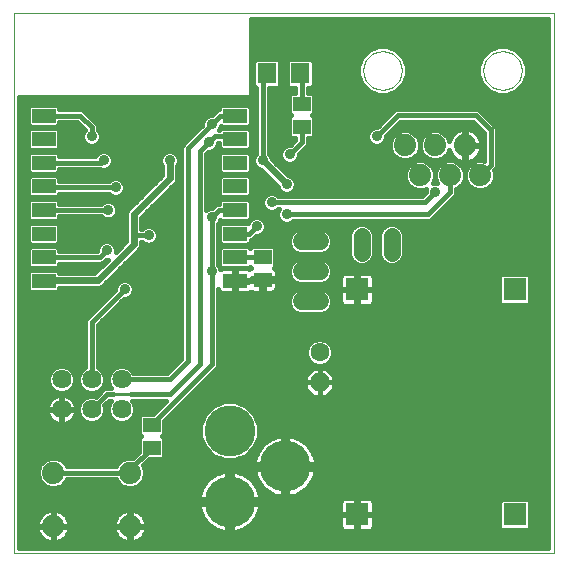
<source format=gtl>
G75*
G70*
%OFA0B0*%
%FSLAX24Y24*%
%IPPOS*%
%LPD*%
%AMOC8*
5,1,8,0,0,1.08239X$1,22.5*
%
%ADD10C,0.0000*%
%ADD11C,0.0740*%
%ADD12R,0.0760X0.0760*%
%ADD13OC8,0.0630*%
%ADD14C,0.0630*%
%ADD15C,0.1700*%
%ADD16R,0.0630X0.0710*%
%ADD17R,0.0787X0.0472*%
%ADD18R,0.0591X0.0512*%
%ADD19C,0.0560*%
%ADD20C,0.0600*%
%ADD21C,0.0640*%
%ADD22C,0.0160*%
%ADD23C,0.1660*%
%ADD24C,0.0356*%
%ADD25C,0.0240*%
%ADD26C,0.0100*%
D10*
X000280Y001800D02*
X000280Y019800D01*
X018280Y019800D01*
X018280Y001800D01*
X000280Y001800D01*
X011940Y017900D02*
X011942Y017950D01*
X011948Y018000D01*
X011958Y018049D01*
X011971Y018098D01*
X011989Y018145D01*
X012010Y018191D01*
X012034Y018234D01*
X012062Y018276D01*
X012093Y018316D01*
X012127Y018353D01*
X012164Y018387D01*
X012204Y018418D01*
X012246Y018446D01*
X012289Y018470D01*
X012335Y018491D01*
X012382Y018509D01*
X012431Y018522D01*
X012480Y018532D01*
X012530Y018538D01*
X012580Y018540D01*
X012630Y018538D01*
X012680Y018532D01*
X012729Y018522D01*
X012778Y018509D01*
X012825Y018491D01*
X012871Y018470D01*
X012914Y018446D01*
X012956Y018418D01*
X012996Y018387D01*
X013033Y018353D01*
X013067Y018316D01*
X013098Y018276D01*
X013126Y018234D01*
X013150Y018191D01*
X013171Y018145D01*
X013189Y018098D01*
X013202Y018049D01*
X013212Y018000D01*
X013218Y017950D01*
X013220Y017900D01*
X013218Y017850D01*
X013212Y017800D01*
X013202Y017751D01*
X013189Y017702D01*
X013171Y017655D01*
X013150Y017609D01*
X013126Y017566D01*
X013098Y017524D01*
X013067Y017484D01*
X013033Y017447D01*
X012996Y017413D01*
X012956Y017382D01*
X012914Y017354D01*
X012871Y017330D01*
X012825Y017309D01*
X012778Y017291D01*
X012729Y017278D01*
X012680Y017268D01*
X012630Y017262D01*
X012580Y017260D01*
X012530Y017262D01*
X012480Y017268D01*
X012431Y017278D01*
X012382Y017291D01*
X012335Y017309D01*
X012289Y017330D01*
X012246Y017354D01*
X012204Y017382D01*
X012164Y017413D01*
X012127Y017447D01*
X012093Y017484D01*
X012062Y017524D01*
X012034Y017566D01*
X012010Y017609D01*
X011989Y017655D01*
X011971Y017702D01*
X011958Y017751D01*
X011948Y017800D01*
X011942Y017850D01*
X011940Y017900D01*
X015940Y017900D02*
X015942Y017950D01*
X015948Y018000D01*
X015958Y018049D01*
X015971Y018098D01*
X015989Y018145D01*
X016010Y018191D01*
X016034Y018234D01*
X016062Y018276D01*
X016093Y018316D01*
X016127Y018353D01*
X016164Y018387D01*
X016204Y018418D01*
X016246Y018446D01*
X016289Y018470D01*
X016335Y018491D01*
X016382Y018509D01*
X016431Y018522D01*
X016480Y018532D01*
X016530Y018538D01*
X016580Y018540D01*
X016630Y018538D01*
X016680Y018532D01*
X016729Y018522D01*
X016778Y018509D01*
X016825Y018491D01*
X016871Y018470D01*
X016914Y018446D01*
X016956Y018418D01*
X016996Y018387D01*
X017033Y018353D01*
X017067Y018316D01*
X017098Y018276D01*
X017126Y018234D01*
X017150Y018191D01*
X017171Y018145D01*
X017189Y018098D01*
X017202Y018049D01*
X017212Y018000D01*
X017218Y017950D01*
X017220Y017900D01*
X017218Y017850D01*
X017212Y017800D01*
X017202Y017751D01*
X017189Y017702D01*
X017171Y017655D01*
X017150Y017609D01*
X017126Y017566D01*
X017098Y017524D01*
X017067Y017484D01*
X017033Y017447D01*
X016996Y017413D01*
X016956Y017382D01*
X016914Y017354D01*
X016871Y017330D01*
X016825Y017309D01*
X016778Y017291D01*
X016729Y017278D01*
X016680Y017268D01*
X016630Y017262D01*
X016580Y017260D01*
X016530Y017262D01*
X016480Y017268D01*
X016431Y017278D01*
X016382Y017291D01*
X016335Y017309D01*
X016289Y017330D01*
X016246Y017354D01*
X016204Y017382D01*
X016164Y017413D01*
X016127Y017447D01*
X016093Y017484D01*
X016062Y017524D01*
X016034Y017566D01*
X016010Y017609D01*
X015989Y017655D01*
X015971Y017702D01*
X015958Y017751D01*
X015948Y017800D01*
X015942Y017850D01*
X015940Y017900D01*
D11*
X015330Y015400D03*
X014330Y015400D03*
X013830Y014400D03*
X014830Y014400D03*
X015830Y014400D03*
X013330Y015400D03*
X004160Y004490D03*
X004160Y002710D03*
X001600Y002710D03*
X001600Y004490D03*
D12*
X011730Y003100D03*
X016980Y003100D03*
X016980Y010600D03*
X011730Y010600D03*
D13*
X010480Y007500D03*
D14*
X010480Y008500D03*
D15*
X007480Y005894D03*
X009330Y004713D03*
X007480Y003531D03*
D16*
X008720Y017800D03*
X009840Y017800D03*
D17*
X007658Y016399D03*
X007658Y015612D03*
X007658Y014824D03*
X007658Y014037D03*
X007658Y013250D03*
X007658Y012462D03*
X007658Y011675D03*
X007658Y010887D03*
X001280Y010887D03*
X001280Y011675D03*
X001280Y012462D03*
X001280Y013250D03*
X001280Y014037D03*
X001280Y014824D03*
X001280Y015612D03*
X001280Y016399D03*
D18*
X008580Y011674D03*
X008580Y010926D03*
X004880Y006074D03*
X004880Y005326D03*
X009880Y016026D03*
X009880Y016774D03*
D19*
X011880Y012380D02*
X011880Y011820D01*
X012880Y011820D02*
X012880Y012380D01*
D20*
X010480Y012200D02*
X009880Y012200D01*
X009880Y011200D02*
X010480Y011200D01*
X010480Y010200D02*
X009880Y010200D01*
D21*
X003880Y007600D03*
X003880Y006600D03*
X002880Y006600D03*
X002880Y007600D03*
X001880Y007600D03*
X001880Y006600D03*
D22*
X001889Y006609D02*
X001871Y006609D01*
X001871Y007100D01*
X001841Y007100D01*
X001763Y007088D01*
X001688Y007063D01*
X001618Y007028D01*
X001554Y006981D01*
X001499Y006926D01*
X001452Y006862D01*
X001417Y006792D01*
X001392Y006717D01*
X001380Y006639D01*
X001380Y006609D01*
X001871Y006609D01*
X001871Y006591D01*
X001380Y006591D01*
X001380Y006561D01*
X001392Y006483D01*
X001417Y006408D01*
X001452Y006338D01*
X001499Y006274D01*
X001554Y006219D01*
X001618Y006172D01*
X001688Y006137D01*
X001763Y006112D01*
X001841Y006100D01*
X001871Y006100D01*
X001871Y006591D01*
X001889Y006591D01*
X001889Y006609D01*
X001889Y007100D01*
X001919Y007100D01*
X001997Y007088D01*
X002072Y007063D01*
X002142Y007028D01*
X002206Y006981D01*
X002261Y006926D01*
X002308Y006862D01*
X002343Y006792D01*
X002368Y006717D01*
X002380Y006639D01*
X002380Y006609D01*
X001889Y006609D01*
X001889Y006591D02*
X002380Y006591D01*
X002380Y006561D01*
X002368Y006483D01*
X002343Y006408D01*
X002308Y006338D01*
X002261Y006274D01*
X002206Y006219D01*
X002142Y006172D01*
X002072Y006137D01*
X001997Y006112D01*
X001919Y006100D01*
X001889Y006100D01*
X001889Y006591D01*
X001889Y006555D02*
X001871Y006555D01*
X001871Y006397D02*
X001889Y006397D01*
X001889Y006238D02*
X001871Y006238D01*
X002225Y006238D02*
X002606Y006238D01*
X002625Y006219D02*
X002790Y006150D01*
X002970Y006150D01*
X003135Y006219D01*
X003261Y006345D01*
X003330Y006510D01*
X003330Y006690D01*
X003311Y006734D01*
X003467Y006890D01*
X003534Y006890D01*
X003499Y006855D01*
X003430Y006690D01*
X003430Y006510D01*
X003499Y006345D01*
X003625Y006219D01*
X003790Y006150D01*
X003970Y006150D01*
X004135Y006219D01*
X004261Y006345D01*
X004330Y006510D01*
X004330Y006690D01*
X004261Y006855D01*
X004226Y006890D01*
X005373Y006890D01*
X004993Y006510D01*
X004943Y006460D01*
X004531Y006460D01*
X004455Y006384D01*
X004455Y005764D01*
X004519Y005700D01*
X004455Y005636D01*
X004455Y005198D01*
X004247Y004990D01*
X004061Y004990D01*
X003877Y004914D01*
X003736Y004773D01*
X003706Y004700D01*
X002054Y004700D01*
X002024Y004773D01*
X001883Y004914D01*
X001699Y004990D01*
X001501Y004990D01*
X001317Y004914D01*
X001176Y004773D01*
X001100Y004589D01*
X001100Y004391D01*
X001176Y004207D01*
X001317Y004066D01*
X001501Y003990D01*
X001699Y003990D01*
X001883Y004066D01*
X002024Y004207D01*
X002054Y004280D01*
X003706Y004280D01*
X003736Y004207D01*
X003877Y004066D01*
X004061Y003990D01*
X004259Y003990D01*
X004443Y004066D01*
X004584Y004207D01*
X004660Y004391D01*
X004660Y004589D01*
X004596Y004745D01*
X004791Y004940D01*
X005229Y004940D01*
X005305Y005016D01*
X005305Y005636D01*
X005241Y005700D01*
X005305Y005764D01*
X005305Y006228D01*
X006967Y007890D01*
X007090Y008013D01*
X007090Y010606D01*
X007097Y010582D01*
X007120Y010541D01*
X007154Y010507D01*
X007195Y010483D01*
X007241Y010471D01*
X007620Y010471D01*
X007620Y010849D01*
X007696Y010849D01*
X007696Y010471D01*
X008075Y010471D01*
X008121Y010483D01*
X008162Y010507D01*
X008179Y010524D01*
X008215Y010502D01*
X008261Y010490D01*
X008532Y010490D01*
X008532Y010878D01*
X008105Y010878D01*
X008105Y010849D01*
X007696Y010849D01*
X007696Y010926D01*
X007620Y010926D01*
X007620Y011304D01*
X007241Y011304D01*
X007195Y011291D01*
X007179Y011282D01*
X007141Y011375D01*
X007090Y011426D01*
X007090Y012774D01*
X007141Y012825D01*
X007178Y012915D01*
X007210Y012883D01*
X008106Y012883D01*
X008182Y012960D01*
X008182Y013540D01*
X008106Y013616D01*
X007210Y013616D01*
X007134Y013540D01*
X007134Y013460D01*
X007043Y013460D01*
X006891Y013308D01*
X006819Y013308D01*
X006705Y013261D01*
X006690Y013246D01*
X006690Y015113D01*
X006769Y015192D01*
X006841Y015192D01*
X006955Y015239D01*
X007041Y015325D01*
X007088Y015439D01*
X007088Y015490D01*
X007134Y015490D01*
X007134Y015322D01*
X007210Y015246D01*
X008106Y015246D01*
X008182Y015322D01*
X008182Y015902D01*
X008106Y015978D01*
X007210Y015978D01*
X007142Y015910D01*
X007126Y015910D01*
X007141Y015925D01*
X007188Y016039D01*
X007188Y016055D01*
X007210Y016033D01*
X008106Y016033D01*
X008182Y016109D01*
X008182Y016689D01*
X008106Y016765D01*
X007210Y016765D01*
X007134Y016689D01*
X007134Y016609D01*
X007092Y016609D01*
X006891Y016408D01*
X006819Y016408D01*
X006705Y016361D01*
X006619Y016275D01*
X006572Y016161D01*
X006572Y016089D01*
X005993Y015510D01*
X005870Y015387D01*
X005870Y008287D01*
X005393Y007810D01*
X004280Y007810D01*
X004261Y007855D01*
X004135Y007981D01*
X003970Y008050D01*
X003790Y008050D01*
X003625Y007981D01*
X003499Y007855D01*
X003430Y007690D01*
X003430Y007510D01*
X003499Y007345D01*
X003534Y007310D01*
X003293Y007310D01*
X003014Y007031D01*
X002970Y007050D01*
X002790Y007050D01*
X002625Y006981D01*
X002499Y006855D01*
X002430Y006690D01*
X002430Y006510D01*
X002499Y006345D01*
X002625Y006219D01*
X002477Y006397D02*
X002337Y006397D01*
X002379Y006555D02*
X002430Y006555D01*
X002440Y006714D02*
X002368Y006714D01*
X002300Y006872D02*
X002516Y006872D01*
X002743Y007031D02*
X002136Y007031D01*
X002064Y007189D02*
X002696Y007189D01*
X002625Y007219D02*
X002790Y007150D01*
X002970Y007150D01*
X003135Y007219D01*
X003261Y007345D01*
X003330Y007510D01*
X003330Y007690D01*
X003261Y007855D01*
X003135Y007981D01*
X003090Y008000D01*
X003090Y009413D01*
X003969Y010292D01*
X004041Y010292D01*
X004155Y010339D01*
X004241Y010425D01*
X004288Y010539D01*
X004288Y010661D01*
X004241Y010775D01*
X004155Y010861D01*
X004041Y010908D01*
X003919Y010908D01*
X003805Y010861D01*
X003719Y010775D01*
X003672Y010661D01*
X003672Y010589D01*
X002670Y009587D01*
X002670Y008000D01*
X002625Y007981D01*
X002499Y007855D01*
X002430Y007690D01*
X002430Y007510D01*
X002499Y007345D01*
X002625Y007219D01*
X002498Y007348D02*
X002262Y007348D01*
X002261Y007345D02*
X002330Y007510D01*
X002330Y007690D01*
X002261Y007855D01*
X002135Y007981D01*
X001970Y008050D01*
X001790Y008050D01*
X001625Y007981D01*
X001499Y007855D01*
X001430Y007690D01*
X001430Y007510D01*
X001499Y007345D01*
X001625Y007219D01*
X001790Y007150D01*
X001970Y007150D01*
X002135Y007219D01*
X002261Y007345D01*
X002328Y007506D02*
X002432Y007506D01*
X002430Y007665D02*
X002330Y007665D01*
X002275Y007823D02*
X002485Y007823D01*
X002625Y007982D02*
X002135Y007982D01*
X001625Y007982D02*
X000460Y007982D01*
X000460Y008140D02*
X002670Y008140D01*
X002670Y008299D02*
X000460Y008299D01*
X000460Y008457D02*
X002670Y008457D01*
X002670Y008616D02*
X000460Y008616D01*
X000460Y008774D02*
X002670Y008774D01*
X002670Y008933D02*
X000460Y008933D01*
X000460Y009091D02*
X002670Y009091D01*
X002670Y009250D02*
X000460Y009250D01*
X000460Y009408D02*
X002670Y009408D01*
X002670Y009567D02*
X000460Y009567D01*
X000460Y009725D02*
X002808Y009725D01*
X002967Y009884D02*
X000460Y009884D01*
X000460Y010042D02*
X003125Y010042D01*
X003284Y010201D02*
X000460Y010201D01*
X000460Y010359D02*
X003442Y010359D01*
X003601Y010518D02*
X000460Y010518D01*
X000460Y010676D02*
X000756Y010676D01*
X000756Y010597D02*
X000832Y010521D01*
X001728Y010521D01*
X001804Y010597D01*
X001804Y010650D01*
X003130Y010650D01*
X003222Y010688D01*
X004492Y011958D01*
X004530Y012050D01*
X004530Y012190D01*
X004554Y012190D01*
X004605Y012139D01*
X004719Y012092D01*
X004841Y012092D01*
X004955Y012139D01*
X005041Y012225D01*
X005088Y012339D01*
X005088Y012461D01*
X005041Y012575D01*
X004955Y012661D01*
X004841Y012708D01*
X004719Y012708D01*
X004605Y012661D01*
X004554Y012610D01*
X004530Y012610D01*
X004530Y012996D01*
X005692Y014158D01*
X005730Y014250D01*
X005730Y014714D01*
X005741Y014725D01*
X005788Y014839D01*
X005788Y014961D01*
X005741Y015075D01*
X005655Y015161D01*
X005541Y015208D01*
X005419Y015208D01*
X005305Y015161D01*
X005219Y015075D01*
X005172Y014961D01*
X005172Y014839D01*
X005219Y014725D01*
X005230Y014714D01*
X005230Y014404D01*
X004138Y013312D01*
X004068Y013242D01*
X004030Y013150D01*
X004030Y012204D01*
X003688Y011862D01*
X003688Y011961D01*
X003641Y012075D01*
X003555Y012161D01*
X003441Y012208D01*
X003319Y012208D01*
X003205Y012161D01*
X003119Y012075D01*
X003072Y011961D01*
X003072Y011889D01*
X003068Y011885D01*
X001804Y011885D01*
X001804Y011965D01*
X001728Y012041D01*
X000832Y012041D01*
X000756Y011965D01*
X000756Y011385D01*
X000832Y011309D01*
X001728Y011309D01*
X001804Y011385D01*
X001804Y011465D01*
X003242Y011465D01*
X003369Y011592D01*
X003418Y011592D01*
X002976Y011150D01*
X001804Y011150D01*
X001804Y011177D01*
X001728Y011254D01*
X000832Y011254D01*
X000756Y011177D01*
X000756Y010597D01*
X000756Y010835D02*
X000460Y010835D01*
X000460Y010993D02*
X000756Y010993D01*
X000756Y011152D02*
X000460Y011152D01*
X000460Y011310D02*
X000831Y011310D01*
X000756Y011469D02*
X000460Y011469D01*
X000460Y011627D02*
X000756Y011627D01*
X000756Y011786D02*
X000460Y011786D01*
X000460Y011944D02*
X000756Y011944D01*
X000832Y012096D02*
X001728Y012096D01*
X001804Y012172D01*
X001804Y012752D01*
X001728Y012828D01*
X000832Y012828D01*
X000756Y012752D01*
X000756Y012172D01*
X000832Y012096D01*
X000826Y012103D02*
X000460Y012103D01*
X000460Y012261D02*
X000756Y012261D01*
X000756Y012420D02*
X000460Y012420D01*
X000460Y012578D02*
X000756Y012578D01*
X000756Y012737D02*
X000460Y012737D01*
X000460Y012895D02*
X000821Y012895D01*
X000832Y012883D02*
X001728Y012883D01*
X001804Y012960D01*
X001804Y013040D01*
X003204Y013040D01*
X003255Y012988D01*
X003368Y012941D01*
X003491Y012941D01*
X003604Y012988D01*
X003691Y013075D01*
X003738Y013188D01*
X003738Y013311D01*
X003691Y013424D01*
X003604Y013511D01*
X003491Y013558D01*
X003368Y013558D01*
X003255Y013511D01*
X003204Y013460D01*
X001804Y013460D01*
X001804Y013540D01*
X001728Y013616D01*
X000832Y013616D01*
X000756Y013540D01*
X000756Y012960D01*
X000832Y012883D01*
X000756Y013054D02*
X000460Y013054D01*
X000460Y013212D02*
X000756Y013212D01*
X000756Y013371D02*
X000460Y013371D01*
X000460Y013529D02*
X000756Y013529D01*
X000832Y013671D02*
X001728Y013671D01*
X001804Y013747D01*
X001804Y013790D01*
X003454Y013790D01*
X003505Y013739D01*
X003619Y013692D01*
X003741Y013692D01*
X003855Y013739D01*
X003941Y013825D01*
X003988Y013939D01*
X003988Y014061D01*
X003941Y014175D01*
X003855Y014261D01*
X003741Y014308D01*
X003619Y014308D01*
X003505Y014261D01*
X003454Y014210D01*
X001804Y014210D01*
X001804Y014327D01*
X001728Y014403D01*
X000832Y014403D01*
X000756Y014327D01*
X000756Y013747D01*
X000832Y013671D01*
X000816Y013688D02*
X000460Y013688D01*
X000460Y013846D02*
X000756Y013846D01*
X000756Y014005D02*
X000460Y014005D01*
X000460Y014163D02*
X000756Y014163D01*
X000756Y014322D02*
X000460Y014322D01*
X000460Y014480D02*
X000811Y014480D01*
X000832Y014458D02*
X001728Y014458D01*
X001804Y014534D01*
X001804Y014614D01*
X003164Y014614D01*
X003219Y014592D01*
X003341Y014592D01*
X003455Y014639D01*
X003541Y014725D01*
X003588Y014839D01*
X003588Y014961D01*
X003541Y015075D01*
X003455Y015161D01*
X003341Y015208D01*
X003219Y015208D01*
X003105Y015161D01*
X003019Y015075D01*
X003002Y015034D01*
X001804Y015034D01*
X001804Y015114D01*
X003058Y015114D01*
X002941Y015392D02*
X003055Y015439D01*
X003141Y015525D01*
X003188Y015639D01*
X003188Y015761D01*
X003141Y015875D01*
X003090Y015926D01*
X003090Y016087D01*
X002967Y016210D01*
X002568Y016609D01*
X001804Y016609D01*
X001804Y016689D01*
X001728Y016765D01*
X000832Y016765D01*
X000756Y016689D01*
X000756Y016109D01*
X000832Y016033D01*
X001728Y016033D01*
X001804Y016109D01*
X001804Y016189D01*
X002394Y016189D01*
X002664Y015919D01*
X002619Y015875D01*
X002572Y015761D01*
X002572Y015639D01*
X002619Y015525D01*
X002705Y015439D01*
X002819Y015392D01*
X002941Y015392D01*
X003036Y015431D02*
X005914Y015431D01*
X005870Y015273D02*
X001754Y015273D01*
X001728Y015246D02*
X001804Y015322D01*
X001804Y015902D01*
X001728Y015978D01*
X000832Y015978D01*
X000756Y015902D01*
X000756Y015322D01*
X000832Y015246D01*
X001728Y015246D01*
X001728Y015191D02*
X000832Y015191D01*
X000756Y015114D01*
X000460Y015114D01*
X000460Y014956D02*
X000756Y014956D01*
X000756Y015114D02*
X000756Y014534D01*
X000832Y014458D01*
X000756Y014639D02*
X000460Y014639D01*
X000460Y014797D02*
X000756Y014797D01*
X000806Y015273D02*
X000460Y015273D01*
X000460Y015431D02*
X000756Y015431D01*
X000756Y015590D02*
X000460Y015590D01*
X000460Y015748D02*
X000756Y015748D01*
X000761Y015907D02*
X000460Y015907D01*
X000460Y016065D02*
X000800Y016065D01*
X000756Y016224D02*
X000460Y016224D01*
X000460Y016382D02*
X000756Y016382D01*
X000756Y016541D02*
X000460Y016541D01*
X000460Y016699D02*
X000766Y016699D01*
X000460Y016858D02*
X008370Y016858D01*
X008370Y017016D02*
X008180Y017016D01*
X008180Y017000D02*
X000460Y017000D01*
X000460Y001980D01*
X018100Y001980D01*
X018100Y019620D01*
X008180Y019620D01*
X008180Y017000D01*
X008180Y017175D02*
X008370Y017175D01*
X008370Y017315D02*
X008351Y017315D01*
X008275Y017391D01*
X008275Y018209D01*
X008351Y018285D01*
X009089Y018285D01*
X009165Y018209D01*
X009165Y017391D01*
X009089Y017315D01*
X008790Y017315D01*
X008790Y015126D01*
X008841Y015075D01*
X008888Y014961D01*
X008888Y014945D01*
X009425Y014408D01*
X009441Y014408D01*
X009555Y014361D01*
X009641Y014275D01*
X009688Y014161D01*
X009688Y014039D01*
X009641Y013925D01*
X009555Y013839D01*
X009441Y013792D01*
X009319Y013792D01*
X009205Y013839D01*
X009119Y013925D01*
X009072Y014039D01*
X009072Y014055D01*
X008535Y014592D01*
X008519Y014592D01*
X008405Y014639D01*
X008319Y014725D01*
X008272Y014839D01*
X008272Y014961D01*
X008319Y015075D01*
X008370Y015126D01*
X008370Y017315D01*
X008333Y017333D02*
X008180Y017333D01*
X008180Y017492D02*
X008275Y017492D01*
X008275Y017650D02*
X008180Y017650D01*
X008180Y017809D02*
X008275Y017809D01*
X008275Y017967D02*
X008180Y017967D01*
X008180Y018126D02*
X008275Y018126D01*
X008350Y018284D02*
X008180Y018284D01*
X008180Y018443D02*
X011963Y018443D01*
X011885Y018364D02*
X011760Y018063D01*
X011760Y017737D01*
X011885Y017436D01*
X012116Y017205D01*
X012417Y017080D01*
X012743Y017080D01*
X013044Y017205D01*
X013275Y017436D01*
X013400Y017737D01*
X013400Y018063D01*
X013275Y018364D01*
X013044Y018595D01*
X012743Y018720D01*
X012417Y018720D01*
X012116Y018595D01*
X011885Y018364D01*
X011852Y018284D02*
X010210Y018284D01*
X010209Y018285D02*
X009471Y018285D01*
X009395Y018209D01*
X009395Y017391D01*
X009471Y017315D01*
X009670Y017315D01*
X009670Y017160D01*
X009531Y017160D01*
X009455Y017084D01*
X009455Y016464D01*
X009519Y016400D01*
X009455Y016336D01*
X009455Y015716D01*
X009531Y015640D01*
X009670Y015640D01*
X009670Y015587D01*
X009491Y015408D01*
X009419Y015408D01*
X009305Y015361D01*
X009219Y015275D01*
X009172Y015161D01*
X009172Y015039D01*
X009219Y014925D01*
X009305Y014839D01*
X009419Y014792D01*
X009541Y014792D01*
X009655Y014839D01*
X009741Y014925D01*
X009788Y015039D01*
X009788Y015111D01*
X010090Y015413D01*
X010090Y015640D01*
X010229Y015640D01*
X010305Y015716D01*
X010305Y016336D01*
X010241Y016400D01*
X010305Y016464D01*
X010305Y017084D01*
X010229Y017160D01*
X010090Y017160D01*
X010090Y017315D01*
X010209Y017315D01*
X010285Y017391D01*
X010285Y018209D01*
X010209Y018285D01*
X010285Y018126D02*
X011786Y018126D01*
X011760Y017967D02*
X010285Y017967D01*
X010285Y017809D02*
X011760Y017809D01*
X011796Y017650D02*
X010285Y017650D01*
X010285Y017492D02*
X011862Y017492D01*
X011987Y017333D02*
X010227Y017333D01*
X010090Y017175D02*
X012189Y017175D01*
X012765Y016382D02*
X010259Y016382D01*
X010305Y016224D02*
X012607Y016224D01*
X012448Y016065D02*
X010305Y016065D01*
X010305Y015907D02*
X012151Y015907D01*
X012119Y015875D02*
X012072Y015761D01*
X012072Y015639D01*
X012119Y015525D01*
X012205Y015439D01*
X012319Y015392D01*
X012441Y015392D01*
X012555Y015439D01*
X012641Y015525D01*
X012688Y015639D01*
X012688Y015711D01*
X013167Y016190D01*
X015593Y016190D01*
X015970Y015813D01*
X015970Y014883D01*
X015929Y014900D01*
X015731Y014900D01*
X015547Y014824D01*
X015406Y014683D01*
X015330Y014499D01*
X015330Y014301D01*
X015406Y014117D01*
X015547Y013976D01*
X015731Y013900D01*
X015929Y013900D01*
X016113Y013976D01*
X016254Y014117D01*
X016330Y014301D01*
X016330Y014499D01*
X016300Y014573D01*
X016390Y014663D01*
X016390Y015987D01*
X016267Y016110D01*
X015767Y016610D01*
X012993Y016610D01*
X012870Y016487D01*
X012391Y016008D01*
X012319Y016008D01*
X012205Y015961D01*
X012119Y015875D01*
X012072Y015748D02*
X010305Y015748D01*
X010090Y015590D02*
X012092Y015590D01*
X012224Y015431D02*
X010090Y015431D01*
X009950Y015273D02*
X012842Y015273D01*
X012830Y015301D02*
X012906Y015117D01*
X013047Y014976D01*
X013231Y014900D01*
X013429Y014900D01*
X013613Y014976D01*
X013754Y015117D01*
X013830Y015301D01*
X013906Y015117D01*
X014047Y014976D01*
X014231Y014900D01*
X014429Y014900D01*
X014613Y014976D01*
X014754Y015117D01*
X014804Y015238D01*
X014820Y015189D01*
X014860Y015112D01*
X014910Y015042D01*
X014972Y014980D01*
X015042Y014930D01*
X015119Y014890D01*
X015201Y014864D01*
X015287Y014850D01*
X015310Y014850D01*
X015310Y015380D01*
X015350Y015380D01*
X015350Y015420D01*
X015880Y015420D01*
X015880Y015443D01*
X015866Y015529D01*
X015840Y015611D01*
X015800Y015688D01*
X015750Y015758D01*
X015688Y015820D01*
X015618Y015870D01*
X015541Y015910D01*
X015459Y015936D01*
X015373Y015950D01*
X015350Y015950D01*
X015350Y015420D01*
X015310Y015420D01*
X015310Y015950D01*
X015287Y015950D01*
X015201Y015936D01*
X015119Y015910D01*
X015042Y015870D01*
X014972Y015820D01*
X014910Y015758D01*
X014860Y015688D01*
X014820Y015611D01*
X014804Y015562D01*
X014754Y015683D01*
X014613Y015824D01*
X014429Y015900D01*
X014231Y015900D01*
X014047Y015824D01*
X013906Y015683D01*
X013830Y015499D01*
X013830Y015301D01*
X013830Y015499D01*
X013754Y015683D01*
X013613Y015824D01*
X013429Y015900D01*
X013231Y015900D01*
X013047Y015824D01*
X012906Y015683D01*
X012830Y015499D01*
X012830Y015301D01*
X012830Y015431D02*
X012536Y015431D01*
X012668Y015590D02*
X012867Y015590D01*
X012971Y015748D02*
X012725Y015748D01*
X012884Y015907D02*
X015113Y015907D01*
X015310Y015907D02*
X015350Y015907D01*
X015350Y015748D02*
X015310Y015748D01*
X015310Y015590D02*
X015350Y015590D01*
X015350Y015431D02*
X015310Y015431D01*
X015350Y015380D02*
X015880Y015380D01*
X015880Y015357D01*
X015866Y015271D01*
X015840Y015189D01*
X015800Y015112D01*
X015750Y015042D01*
X015688Y014980D01*
X015618Y014930D01*
X015541Y014890D01*
X015459Y014864D01*
X015373Y014850D01*
X015350Y014850D01*
X015350Y015380D01*
X015350Y015273D02*
X015310Y015273D01*
X015310Y015114D02*
X015350Y015114D01*
X015350Y014956D02*
X015310Y014956D01*
X015140Y014797D02*
X015520Y014797D01*
X015388Y014639D02*
X015272Y014639D01*
X015254Y014683D02*
X015330Y014499D01*
X015330Y014301D01*
X015254Y014117D01*
X015113Y013976D01*
X015040Y013946D01*
X015040Y013763D01*
X014290Y013013D01*
X014167Y012890D01*
X009606Y012890D01*
X009555Y012839D01*
X009441Y012792D01*
X009319Y012792D01*
X009205Y012839D01*
X009119Y012925D01*
X009072Y013039D01*
X009072Y013161D01*
X009119Y013275D01*
X009134Y013290D01*
X009106Y013290D01*
X009055Y013239D01*
X008941Y013192D01*
X008819Y013192D01*
X008705Y013239D01*
X008619Y013325D01*
X008572Y013439D01*
X008572Y013561D01*
X008619Y013675D01*
X008705Y013761D01*
X008819Y013808D01*
X008941Y013808D01*
X009055Y013761D01*
X009106Y013710D01*
X013893Y013710D01*
X014022Y013839D01*
X014022Y013911D01*
X014035Y013944D01*
X013929Y013900D01*
X013731Y013900D01*
X013547Y013976D01*
X013406Y014117D01*
X013330Y014301D01*
X013330Y014499D01*
X013406Y014683D01*
X013547Y014824D01*
X013731Y014900D01*
X013929Y014900D01*
X014113Y014824D01*
X014254Y014683D01*
X014330Y014499D01*
X014330Y014301D01*
X014271Y014158D01*
X014389Y014158D01*
X014330Y014301D01*
X014330Y014499D01*
X014406Y014683D01*
X014547Y014824D01*
X014731Y014900D01*
X014929Y014900D01*
X015113Y014824D01*
X015254Y014683D01*
X015330Y014480D02*
X015330Y014480D01*
X015330Y014322D02*
X015330Y014322D01*
X015273Y014163D02*
X015387Y014163D01*
X015518Y014005D02*
X015142Y014005D01*
X015040Y013846D02*
X018100Y013846D01*
X018100Y013688D02*
X014965Y013688D01*
X014830Y013850D02*
X014080Y013100D01*
X009380Y013100D01*
X009149Y012895D02*
X008621Y012895D01*
X008641Y012875D02*
X008555Y012961D01*
X008441Y013008D01*
X008319Y013008D01*
X008205Y012961D01*
X008119Y012875D01*
X008100Y012828D01*
X007210Y012828D01*
X007134Y012752D01*
X007134Y012172D01*
X007210Y012096D01*
X008106Y012096D01*
X008182Y012172D01*
X008182Y012252D01*
X008229Y012252D01*
X008369Y012392D01*
X008441Y012392D01*
X008555Y012439D01*
X008641Y012525D01*
X008688Y012639D01*
X008688Y012761D01*
X008641Y012875D01*
X008688Y012737D02*
X011669Y012737D01*
X011648Y012728D02*
X011532Y012612D01*
X011470Y012462D01*
X011470Y011738D01*
X011532Y011588D01*
X011648Y011472D01*
X011798Y011410D01*
X011962Y011410D01*
X012112Y011472D01*
X012228Y011588D01*
X012290Y011738D01*
X012290Y012462D01*
X012228Y012612D01*
X012112Y012728D01*
X011962Y012790D01*
X011798Y012790D01*
X011648Y012728D01*
X011518Y012578D02*
X010691Y012578D01*
X010724Y012565D02*
X010566Y012630D01*
X009794Y012630D01*
X009636Y012565D01*
X009515Y012444D01*
X009450Y012286D01*
X009450Y012114D01*
X009515Y011956D01*
X009636Y011835D01*
X009794Y011770D01*
X010566Y011770D01*
X010724Y011835D01*
X010845Y011956D01*
X010910Y012114D01*
X010910Y012286D01*
X010845Y012444D01*
X010724Y012565D01*
X010855Y012420D02*
X011470Y012420D01*
X011470Y012261D02*
X010910Y012261D01*
X010905Y012103D02*
X011470Y012103D01*
X011470Y011944D02*
X010832Y011944D01*
X010603Y011786D02*
X011470Y011786D01*
X011516Y011627D02*
X010573Y011627D01*
X010566Y011630D02*
X010724Y011565D01*
X010845Y011444D01*
X010910Y011286D01*
X010910Y011114D01*
X010845Y010956D01*
X010724Y010835D01*
X010566Y010770D01*
X009794Y010770D01*
X009636Y010835D01*
X009515Y010956D01*
X009450Y011114D01*
X009450Y011286D01*
X009515Y011444D01*
X009636Y011565D01*
X009794Y011630D01*
X010566Y011630D01*
X010820Y011469D02*
X011657Y011469D01*
X011712Y011160D02*
X011326Y011160D01*
X011281Y011148D01*
X011239Y011124D01*
X011206Y011091D01*
X011182Y011049D01*
X011170Y011004D01*
X011170Y010618D01*
X011712Y010618D01*
X011712Y011160D01*
X011712Y011152D02*
X011748Y011152D01*
X011748Y011160D02*
X011748Y010618D01*
X011712Y010618D01*
X011712Y010582D01*
X011748Y010582D01*
X011748Y010618D01*
X012290Y010618D01*
X012290Y011004D01*
X012278Y011049D01*
X012254Y011091D01*
X012221Y011124D01*
X012179Y011148D01*
X012134Y011160D01*
X011748Y011160D01*
X011748Y010993D02*
X011712Y010993D01*
X011712Y010835D02*
X011748Y010835D01*
X011748Y010676D02*
X011712Y010676D01*
X011712Y010582D02*
X011170Y010582D01*
X011170Y010196D01*
X011182Y010151D01*
X011206Y010109D01*
X011239Y010076D01*
X011281Y010052D01*
X011326Y010040D01*
X011712Y010040D01*
X011712Y010582D01*
X011748Y010582D02*
X011748Y010040D01*
X012134Y010040D01*
X012179Y010052D01*
X012221Y010076D01*
X012254Y010109D01*
X012278Y010151D01*
X012290Y010196D01*
X012290Y010582D01*
X011748Y010582D01*
X011748Y010518D02*
X011712Y010518D01*
X011712Y010359D02*
X011748Y010359D01*
X011748Y010201D02*
X011712Y010201D01*
X011712Y010042D02*
X011748Y010042D01*
X012141Y010042D02*
X018100Y010042D01*
X018100Y009884D02*
X010772Y009884D01*
X010724Y009835D02*
X010845Y009956D01*
X010910Y010114D01*
X010910Y010286D01*
X010845Y010444D01*
X010724Y010565D01*
X010566Y010630D01*
X009794Y010630D01*
X009636Y010565D01*
X009515Y010444D01*
X009450Y010286D01*
X009450Y010114D01*
X009515Y009956D01*
X009636Y009835D01*
X009794Y009770D01*
X010566Y009770D01*
X010724Y009835D01*
X010880Y010042D02*
X011319Y010042D01*
X011170Y010201D02*
X010910Y010201D01*
X010880Y010359D02*
X011170Y010359D01*
X011170Y010518D02*
X010771Y010518D01*
X010721Y010835D02*
X011170Y010835D01*
X011170Y010993D02*
X010860Y010993D01*
X010910Y011152D02*
X011295Y011152D01*
X010900Y011310D02*
X018100Y011310D01*
X018100Y011152D02*
X012165Y011152D01*
X012290Y010993D02*
X016470Y010993D01*
X016470Y011034D02*
X016470Y010166D01*
X016546Y010090D01*
X017414Y010090D01*
X017490Y010166D01*
X017490Y011034D01*
X017414Y011110D01*
X016546Y011110D01*
X016470Y011034D01*
X016470Y010835D02*
X012290Y010835D01*
X012290Y010676D02*
X016470Y010676D01*
X016470Y010518D02*
X012290Y010518D01*
X012290Y010359D02*
X016470Y010359D01*
X016470Y010201D02*
X012290Y010201D01*
X012103Y011469D02*
X012657Y011469D01*
X012648Y011472D02*
X012798Y011410D01*
X012962Y011410D01*
X013112Y011472D01*
X013228Y011588D01*
X013290Y011738D01*
X013290Y012462D01*
X013228Y012612D01*
X013112Y012728D01*
X012962Y012790D01*
X012798Y012790D01*
X012648Y012728D01*
X012532Y012612D01*
X012470Y012462D01*
X012470Y011738D01*
X012532Y011588D01*
X012648Y011472D01*
X012516Y011627D02*
X012244Y011627D01*
X012290Y011786D02*
X012470Y011786D01*
X012470Y011944D02*
X012290Y011944D01*
X012290Y012103D02*
X012470Y012103D01*
X012470Y012261D02*
X012290Y012261D01*
X012290Y012420D02*
X012470Y012420D01*
X012518Y012578D02*
X012242Y012578D01*
X012091Y012737D02*
X012669Y012737D01*
X013091Y012737D02*
X018100Y012737D01*
X018100Y012895D02*
X014172Y012895D01*
X014331Y013054D02*
X018100Y013054D01*
X018100Y013212D02*
X014489Y013212D01*
X014648Y013371D02*
X018100Y013371D01*
X018100Y013529D02*
X014806Y013529D01*
X014830Y013850D02*
X014830Y014400D01*
X014387Y014163D02*
X014273Y014163D01*
X014330Y014322D02*
X014330Y014322D01*
X014330Y014480D02*
X014330Y014480D01*
X014272Y014639D02*
X014388Y014639D01*
X014520Y014797D02*
X014140Y014797D01*
X014097Y014956D02*
X013563Y014956D01*
X013520Y014797D02*
X009554Y014797D01*
X009406Y014797D02*
X009037Y014797D01*
X008888Y014956D02*
X009206Y014956D01*
X009172Y015114D02*
X008802Y015114D01*
X008790Y015273D02*
X009218Y015273D01*
X009480Y015100D02*
X009880Y015500D01*
X009880Y016026D01*
X009670Y015590D02*
X008790Y015590D01*
X008790Y015748D02*
X009455Y015748D01*
X009455Y015907D02*
X008790Y015907D01*
X008790Y016065D02*
X009455Y016065D01*
X009455Y016224D02*
X008790Y016224D01*
X008790Y016382D02*
X009501Y016382D01*
X009455Y016541D02*
X008790Y016541D01*
X008790Y016699D02*
X009455Y016699D01*
X009455Y016858D02*
X008790Y016858D01*
X008790Y017016D02*
X009455Y017016D01*
X009453Y017333D02*
X009107Y017333D01*
X009165Y017492D02*
X009395Y017492D01*
X009395Y017650D02*
X009165Y017650D01*
X009165Y017809D02*
X009395Y017809D01*
X009395Y017967D02*
X009165Y017967D01*
X009165Y018126D02*
X009395Y018126D01*
X009470Y018284D02*
X009090Y018284D01*
X008720Y017800D02*
X008580Y017660D01*
X008580Y014900D01*
X008358Y015114D02*
X008182Y015114D01*
X008106Y015191D01*
X007210Y015191D01*
X007134Y015114D01*
X006691Y015114D01*
X006690Y014956D02*
X007134Y014956D01*
X007134Y015114D02*
X007134Y014534D01*
X007210Y014458D01*
X008106Y014458D01*
X008182Y014534D01*
X008182Y015114D01*
X008182Y014956D02*
X008272Y014956D01*
X008289Y014797D02*
X008182Y014797D01*
X008182Y014639D02*
X008406Y014639D01*
X008646Y014480D02*
X008127Y014480D01*
X008106Y014403D02*
X007210Y014403D01*
X007134Y014327D01*
X007134Y013747D01*
X007210Y013671D01*
X008106Y013671D01*
X008182Y013747D01*
X008182Y014327D01*
X008106Y014403D01*
X008182Y014322D02*
X008805Y014322D01*
X008963Y014163D02*
X008182Y014163D01*
X008182Y014005D02*
X009086Y014005D01*
X009198Y013846D02*
X008182Y013846D01*
X008122Y013688D02*
X008632Y013688D01*
X008572Y013529D02*
X008182Y013529D01*
X008182Y013371D02*
X008600Y013371D01*
X008770Y013212D02*
X008182Y013212D01*
X008182Y013054D02*
X009072Y013054D01*
X009093Y013212D02*
X008990Y013212D01*
X008880Y013500D02*
X013980Y013500D01*
X014330Y013850D01*
X014022Y013846D02*
X009562Y013846D01*
X009674Y014005D02*
X013518Y014005D01*
X013387Y014163D02*
X009687Y014163D01*
X009594Y014322D02*
X013330Y014322D01*
X013330Y014480D02*
X009354Y014480D01*
X009195Y014639D02*
X013388Y014639D01*
X013097Y014956D02*
X009754Y014956D01*
X009791Y015114D02*
X012909Y015114D01*
X012380Y015700D02*
X013080Y016400D01*
X015680Y016400D01*
X016180Y015900D01*
X016180Y014750D01*
X015830Y014400D01*
X016273Y014163D02*
X018100Y014163D01*
X018100Y014005D02*
X016142Y014005D01*
X016330Y014322D02*
X018100Y014322D01*
X018100Y014480D02*
X016330Y014480D01*
X016366Y014639D02*
X018100Y014639D01*
X018100Y014797D02*
X016390Y014797D01*
X016390Y014956D02*
X018100Y014956D01*
X018100Y015114D02*
X016390Y015114D01*
X016390Y015273D02*
X018100Y015273D01*
X018100Y015431D02*
X016390Y015431D01*
X016390Y015590D02*
X018100Y015590D01*
X018100Y015748D02*
X016390Y015748D01*
X016390Y015907D02*
X018100Y015907D01*
X018100Y016065D02*
X016312Y016065D01*
X016153Y016224D02*
X018100Y016224D01*
X018100Y016382D02*
X015995Y016382D01*
X015836Y016541D02*
X018100Y016541D01*
X018100Y016699D02*
X010305Y016699D01*
X010305Y016541D02*
X012924Y016541D01*
X013042Y016065D02*
X015718Y016065D01*
X015876Y015907D02*
X015547Y015907D01*
X015757Y015748D02*
X015970Y015748D01*
X015970Y015590D02*
X015847Y015590D01*
X015880Y015431D02*
X015970Y015431D01*
X015970Y015273D02*
X015867Y015273D01*
X015802Y015114D02*
X015970Y015114D01*
X015970Y014956D02*
X015654Y014956D01*
X015006Y014956D02*
X014563Y014956D01*
X014751Y015114D02*
X014858Y015114D01*
X014813Y015590D02*
X014793Y015590D01*
X014689Y015748D02*
X014903Y015748D01*
X013971Y015748D02*
X013689Y015748D01*
X013793Y015590D02*
X013867Y015590D01*
X013830Y015431D02*
X013830Y015431D01*
X013818Y015273D02*
X013842Y015273D01*
X013909Y015114D02*
X013751Y015114D01*
X012971Y017175D02*
X016189Y017175D01*
X016116Y017205D02*
X016417Y017080D01*
X016743Y017080D01*
X017044Y017205D01*
X017275Y017436D01*
X017400Y017737D01*
X017400Y018063D01*
X017275Y018364D01*
X017044Y018595D01*
X016743Y018720D01*
X016417Y018720D01*
X016116Y018595D01*
X015885Y018364D01*
X015760Y018063D01*
X015760Y017737D01*
X015885Y017436D01*
X016116Y017205D01*
X015987Y017333D02*
X013173Y017333D01*
X013298Y017492D02*
X015862Y017492D01*
X015796Y017650D02*
X013364Y017650D01*
X013400Y017809D02*
X015760Y017809D01*
X015760Y017967D02*
X013400Y017967D01*
X013374Y018126D02*
X015786Y018126D01*
X015852Y018284D02*
X013308Y018284D01*
X013197Y018443D02*
X015963Y018443D01*
X016130Y018601D02*
X013030Y018601D01*
X012130Y018601D02*
X008180Y018601D01*
X008180Y018760D02*
X018100Y018760D01*
X018100Y018918D02*
X008180Y018918D01*
X008180Y019077D02*
X018100Y019077D01*
X018100Y019235D02*
X008180Y019235D01*
X008180Y019394D02*
X018100Y019394D01*
X018100Y019552D02*
X008180Y019552D01*
X009840Y017800D02*
X009880Y017800D01*
X009880Y016774D01*
X010305Y016858D02*
X018100Y016858D01*
X018100Y017016D02*
X010305Y017016D01*
X009670Y017175D02*
X008790Y017175D01*
X008370Y016699D02*
X008172Y016699D01*
X008182Y016541D02*
X008370Y016541D01*
X008370Y016382D02*
X008182Y016382D01*
X008182Y016224D02*
X008370Y016224D01*
X008370Y016065D02*
X008138Y016065D01*
X008177Y015907D02*
X008370Y015907D01*
X008370Y015748D02*
X008182Y015748D01*
X008182Y015590D02*
X008370Y015590D01*
X008370Y015431D02*
X008182Y015431D01*
X008132Y015273D02*
X008370Y015273D01*
X008790Y015431D02*
X009514Y015431D01*
X007680Y015700D02*
X006980Y015700D01*
X006780Y015500D01*
X006480Y015200D01*
X006480Y008100D01*
X005480Y007100D01*
X004180Y007100D01*
X004244Y006872D02*
X005355Y006872D01*
X005197Y006714D02*
X004320Y006714D01*
X004330Y006555D02*
X005038Y006555D01*
X005080Y006300D02*
X005080Y006274D01*
X004880Y006074D01*
X005080Y006300D02*
X006880Y008100D01*
X006880Y011200D01*
X006880Y012900D01*
X006880Y013000D01*
X007130Y013250D01*
X007658Y013250D01*
X008117Y012895D02*
X008139Y012895D01*
X008380Y012700D02*
X008142Y012462D01*
X007658Y012462D01*
X008112Y012103D02*
X009455Y012103D01*
X009450Y012261D02*
X008238Y012261D01*
X008231Y012060D02*
X008159Y011988D01*
X008106Y012041D01*
X007210Y012041D01*
X007134Y011965D01*
X007134Y011385D01*
X007210Y011309D01*
X008106Y011309D01*
X008158Y011361D01*
X008186Y011333D01*
X008174Y011326D01*
X008141Y011292D01*
X008135Y011283D01*
X008121Y011291D01*
X008075Y011304D01*
X007696Y011304D01*
X007696Y010926D01*
X008232Y010926D01*
X008232Y010974D01*
X008532Y010974D01*
X008532Y010878D01*
X008628Y010878D01*
X008628Y010974D01*
X009055Y010974D01*
X009055Y011206D01*
X009043Y011251D01*
X009019Y011292D01*
X008986Y011326D01*
X008974Y011333D01*
X009005Y011364D01*
X009005Y011984D01*
X008929Y012060D01*
X008231Y012060D01*
X008508Y012420D02*
X009505Y012420D01*
X009669Y012578D02*
X008663Y012578D01*
X009005Y011944D02*
X009528Y011944D01*
X009757Y011786D02*
X009005Y011786D01*
X009005Y011627D02*
X009787Y011627D01*
X009540Y011469D02*
X009005Y011469D01*
X009002Y011310D02*
X009460Y011310D01*
X009450Y011152D02*
X009055Y011152D01*
X009055Y010993D02*
X009500Y010993D01*
X009639Y010835D02*
X009055Y010835D01*
X009055Y010878D02*
X009055Y010646D01*
X009043Y010601D01*
X009019Y010560D01*
X008986Y010526D01*
X008945Y010502D01*
X008899Y010490D01*
X008628Y010490D01*
X008628Y010878D01*
X009055Y010878D01*
X009055Y010676D02*
X011170Y010676D01*
X010569Y008945D02*
X010391Y008945D01*
X010228Y008877D01*
X010103Y008752D01*
X010035Y008589D01*
X010035Y008411D01*
X010103Y008248D01*
X010228Y008123D01*
X010391Y008055D01*
X010569Y008055D01*
X010732Y008123D01*
X010857Y008248D01*
X010925Y008411D01*
X010925Y008589D01*
X010857Y008752D01*
X010732Y008877D01*
X010569Y008945D01*
X010599Y008933D02*
X018100Y008933D01*
X018100Y009091D02*
X007090Y009091D01*
X007090Y008933D02*
X010361Y008933D01*
X010125Y008774D02*
X007090Y008774D01*
X007090Y008616D02*
X010046Y008616D01*
X010035Y008457D02*
X007090Y008457D01*
X007090Y008299D02*
X010082Y008299D01*
X010211Y008140D02*
X007090Y008140D01*
X007058Y007982D02*
X010261Y007982D01*
X010275Y007995D02*
X009985Y007705D01*
X009985Y007500D01*
X010480Y007500D01*
X010480Y007500D01*
X010480Y007995D01*
X010685Y007995D01*
X010975Y007705D01*
X010975Y007500D01*
X010480Y007500D01*
X010480Y007500D01*
X010480Y007500D01*
X010480Y007995D01*
X010275Y007995D01*
X010480Y007982D02*
X010480Y007982D01*
X010480Y007823D02*
X010480Y007823D01*
X010480Y007665D02*
X010480Y007665D01*
X010480Y007506D02*
X010480Y007506D01*
X010480Y007500D02*
X009985Y007500D01*
X009985Y007295D01*
X010275Y007005D01*
X010480Y007005D01*
X010685Y007005D01*
X010975Y007295D01*
X010975Y007500D01*
X010480Y007500D01*
X010480Y007005D01*
X010480Y007500D01*
X010480Y007500D01*
X010480Y007348D02*
X010480Y007348D01*
X010480Y007189D02*
X010480Y007189D01*
X010480Y007031D02*
X010480Y007031D01*
X010711Y007031D02*
X018100Y007031D01*
X018100Y007189D02*
X010869Y007189D01*
X010975Y007348D02*
X018100Y007348D01*
X018100Y007506D02*
X010975Y007506D01*
X010975Y007665D02*
X018100Y007665D01*
X018100Y007823D02*
X010857Y007823D01*
X010699Y007982D02*
X018100Y007982D01*
X018100Y008140D02*
X010749Y008140D01*
X010878Y008299D02*
X018100Y008299D01*
X018100Y008457D02*
X010925Y008457D01*
X010914Y008616D02*
X018100Y008616D01*
X018100Y008774D02*
X010835Y008774D01*
X010103Y007823D02*
X006900Y007823D01*
X006741Y007665D02*
X009985Y007665D01*
X009985Y007506D02*
X006583Y007506D01*
X006424Y007348D02*
X009985Y007348D01*
X010091Y007189D02*
X006266Y007189D01*
X006107Y007031D02*
X010249Y007031D01*
X009503Y005730D02*
X009410Y005740D01*
X009410Y004793D01*
X009250Y004793D01*
X009250Y005740D01*
X009158Y005730D01*
X009045Y005704D01*
X008936Y005666D01*
X008831Y005615D01*
X008733Y005554D01*
X008643Y005482D01*
X008561Y005400D01*
X008489Y005310D01*
X008427Y005212D01*
X008377Y005107D01*
X008339Y004998D01*
X008313Y004885D01*
X008303Y004793D01*
X009250Y004793D01*
X009250Y004633D01*
X008303Y004633D01*
X008313Y004540D01*
X008339Y004427D01*
X008377Y004318D01*
X008427Y004214D01*
X008489Y004116D01*
X008561Y004025D01*
X008643Y003943D01*
X008733Y003871D01*
X008831Y003810D01*
X008936Y003760D01*
X009045Y003721D01*
X009158Y003696D01*
X009250Y003685D01*
X009250Y004633D01*
X009410Y004633D01*
X009410Y004793D01*
X010358Y004793D01*
X010347Y004885D01*
X010322Y004998D01*
X010283Y005107D01*
X010233Y005212D01*
X010172Y005310D01*
X010100Y005400D01*
X010018Y005482D01*
X009927Y005554D01*
X009829Y005615D01*
X009725Y005666D01*
X009616Y005704D01*
X009503Y005730D01*
X009410Y005604D02*
X009250Y005604D01*
X009250Y005446D02*
X009410Y005446D01*
X009410Y005287D02*
X009250Y005287D01*
X009250Y005129D02*
X009410Y005129D01*
X009410Y004970D02*
X009250Y004970D01*
X009250Y004812D02*
X009410Y004812D01*
X009410Y004653D02*
X018100Y004653D01*
X018100Y004495D02*
X010337Y004495D01*
X010347Y004540D02*
X010358Y004633D01*
X009410Y004633D01*
X009410Y003685D01*
X009503Y003696D01*
X009616Y003721D01*
X009725Y003760D01*
X009829Y003810D01*
X009927Y003871D01*
X010018Y003943D01*
X010100Y004025D01*
X010172Y004116D01*
X010233Y004214D01*
X010283Y004318D01*
X010322Y004427D01*
X010347Y004540D01*
X010290Y004336D02*
X018100Y004336D01*
X018100Y004178D02*
X010211Y004178D01*
X010093Y004019D02*
X018100Y004019D01*
X018100Y003861D02*
X009910Y003861D01*
X009531Y003702D02*
X018100Y003702D01*
X018100Y003544D02*
X017480Y003544D01*
X017490Y003534D02*
X017414Y003610D01*
X016546Y003610D01*
X016470Y003534D01*
X016470Y002666D01*
X016546Y002590D01*
X017414Y002590D01*
X017490Y002666D01*
X017490Y003534D01*
X017490Y003385D02*
X018100Y003385D01*
X018100Y003227D02*
X017490Y003227D01*
X017490Y003068D02*
X018100Y003068D01*
X018100Y002910D02*
X017490Y002910D01*
X017490Y002751D02*
X018100Y002751D01*
X018100Y002593D02*
X017416Y002593D01*
X018100Y002434D02*
X004637Y002434D01*
X004630Y002422D02*
X004670Y002499D01*
X004696Y002581D01*
X004710Y002667D01*
X004710Y002690D01*
X004180Y002690D01*
X004180Y002730D01*
X004710Y002730D01*
X004710Y002753D01*
X004696Y002839D01*
X004670Y002921D01*
X004630Y002998D01*
X004580Y003068D01*
X006560Y003068D01*
X006577Y003032D02*
X006639Y002935D01*
X006711Y002844D01*
X006793Y002762D01*
X006883Y002690D01*
X006981Y002629D01*
X007085Y002578D01*
X007194Y002540D01*
X007307Y002514D01*
X007400Y002504D01*
X007400Y003451D01*
X007560Y003451D01*
X007560Y002504D01*
X007653Y002514D01*
X007766Y002540D01*
X007875Y002578D01*
X007979Y002629D01*
X008077Y002690D01*
X008167Y002762D01*
X008249Y002844D01*
X008321Y002935D01*
X008383Y003032D01*
X008433Y003137D01*
X008471Y003246D01*
X008497Y003359D01*
X008508Y003451D01*
X007560Y003451D01*
X007560Y003611D01*
X008508Y003611D01*
X008497Y003704D01*
X008471Y003817D01*
X008433Y003926D01*
X008383Y004031D01*
X008321Y004128D01*
X008249Y004219D01*
X008167Y004301D01*
X008077Y004373D01*
X007979Y004434D01*
X007875Y004485D01*
X007766Y004523D01*
X007653Y004549D01*
X007560Y004559D01*
X007560Y003612D01*
X007400Y003612D01*
X007400Y004559D01*
X007307Y004549D01*
X007194Y004523D01*
X007085Y004485D01*
X006981Y004434D01*
X006883Y004373D01*
X006793Y004301D01*
X006711Y004219D01*
X006639Y004128D01*
X006577Y004031D01*
X006527Y003926D01*
X006489Y003817D01*
X006463Y003704D01*
X006452Y003611D01*
X007400Y003611D01*
X007400Y003451D01*
X006452Y003451D01*
X006463Y003359D01*
X006489Y003246D01*
X006527Y003137D01*
X006577Y003032D01*
X006659Y002910D02*
X004673Y002910D01*
X004710Y002751D02*
X006807Y002751D01*
X007056Y002593D02*
X004698Y002593D01*
X004630Y002422D02*
X004580Y002352D01*
X004518Y002290D01*
X004448Y002240D01*
X004371Y002200D01*
X004289Y002174D01*
X004203Y002160D01*
X004180Y002160D01*
X004180Y002690D01*
X004140Y002690D01*
X004140Y002160D01*
X004117Y002160D01*
X004031Y002174D01*
X003949Y002200D01*
X003872Y002240D01*
X003802Y002290D01*
X003740Y002352D01*
X003690Y002422D01*
X003650Y002499D01*
X003624Y002581D01*
X003610Y002667D01*
X003610Y002690D01*
X004140Y002690D01*
X004140Y002730D01*
X004140Y003260D01*
X004117Y003260D01*
X004031Y003246D01*
X003949Y003220D01*
X003872Y003180D01*
X003802Y003130D01*
X003740Y003068D01*
X002020Y003068D01*
X001958Y003130D01*
X001888Y003180D01*
X001811Y003220D01*
X001729Y003246D01*
X001643Y003260D01*
X001620Y003260D01*
X001620Y002730D01*
X002150Y002730D01*
X002150Y002753D01*
X002136Y002839D01*
X002110Y002921D01*
X002070Y002998D01*
X002020Y003068D01*
X002113Y002910D02*
X003647Y002910D01*
X003650Y002921D02*
X003624Y002839D01*
X003610Y002753D01*
X003610Y002730D01*
X004140Y002730D01*
X004180Y002730D01*
X004180Y003260D01*
X004203Y003260D01*
X004289Y003246D01*
X004371Y003220D01*
X004448Y003180D01*
X004518Y003130D01*
X004580Y003068D01*
X004350Y003227D02*
X006495Y003227D01*
X006460Y003385D02*
X000460Y003385D01*
X000460Y003227D02*
X001410Y003227D01*
X001389Y003220D02*
X001312Y003180D01*
X001242Y003130D01*
X001180Y003068D01*
X000460Y003068D01*
X000460Y002910D02*
X001087Y002910D01*
X001090Y002921D02*
X001064Y002839D01*
X001050Y002753D01*
X001050Y002730D01*
X001580Y002730D01*
X001580Y003260D01*
X001557Y003260D01*
X001471Y003246D01*
X001389Y003220D01*
X001580Y003227D02*
X001620Y003227D01*
X001620Y003068D02*
X001580Y003068D01*
X001580Y002910D02*
X001620Y002910D01*
X001620Y002751D02*
X001580Y002751D01*
X001580Y002730D02*
X001620Y002730D01*
X001620Y002690D01*
X002150Y002690D01*
X002150Y002667D01*
X002136Y002581D01*
X002110Y002499D01*
X002070Y002422D01*
X002020Y002352D01*
X001958Y002290D01*
X001888Y002240D01*
X001811Y002200D01*
X001729Y002174D01*
X001643Y002160D01*
X001620Y002160D01*
X001620Y002690D01*
X001580Y002690D01*
X001580Y002160D01*
X001557Y002160D01*
X001471Y002174D01*
X001389Y002200D01*
X001312Y002240D01*
X001242Y002290D01*
X001180Y002352D01*
X001130Y002422D01*
X001090Y002499D01*
X001064Y002581D01*
X001050Y002667D01*
X001050Y002690D01*
X001580Y002690D01*
X001580Y002730D01*
X001580Y002593D02*
X001620Y002593D01*
X001620Y002434D02*
X001580Y002434D01*
X001580Y002276D02*
X001620Y002276D01*
X001938Y002276D02*
X003822Y002276D01*
X003683Y002434D02*
X002077Y002434D01*
X002138Y002593D02*
X003622Y002593D01*
X003610Y002751D02*
X002150Y002751D01*
X001790Y003227D02*
X003970Y003227D01*
X004140Y003227D02*
X004180Y003227D01*
X004180Y003068D02*
X004140Y003068D01*
X004140Y002910D02*
X004180Y002910D01*
X004180Y002751D02*
X004140Y002751D01*
X004140Y002593D02*
X004180Y002593D01*
X004180Y002434D02*
X004140Y002434D01*
X004140Y002276D02*
X004180Y002276D01*
X004498Y002276D02*
X018100Y002276D01*
X018100Y002117D02*
X000460Y002117D01*
X000460Y002276D02*
X001262Y002276D01*
X001123Y002434D02*
X000460Y002434D01*
X000460Y002593D02*
X001062Y002593D01*
X001050Y002751D02*
X000460Y002751D01*
X001090Y002921D02*
X001130Y002998D01*
X001180Y003068D01*
X000460Y003544D02*
X007400Y003544D01*
X007400Y003702D02*
X007560Y003702D01*
X007560Y003544D02*
X011181Y003544D01*
X011182Y003549D02*
X011170Y003504D01*
X011170Y003118D01*
X011712Y003118D01*
X011712Y003660D01*
X011326Y003660D01*
X011281Y003648D01*
X011239Y003624D01*
X011206Y003591D01*
X011182Y003549D01*
X011170Y003385D02*
X008500Y003385D01*
X008465Y003227D02*
X011170Y003227D01*
X011170Y003082D02*
X011170Y002696D01*
X011182Y002651D01*
X011206Y002609D01*
X011239Y002576D01*
X011281Y002552D01*
X011326Y002540D01*
X011712Y002540D01*
X011712Y003082D01*
X011748Y003082D01*
X011748Y003118D01*
X011712Y003118D01*
X011712Y003082D01*
X011170Y003082D01*
X011170Y003068D02*
X008400Y003068D01*
X008301Y002910D02*
X011170Y002910D01*
X011170Y002751D02*
X008153Y002751D01*
X007904Y002593D02*
X011223Y002593D01*
X011712Y002593D02*
X011748Y002593D01*
X011748Y002540D02*
X012134Y002540D01*
X012179Y002552D01*
X012221Y002576D01*
X012254Y002609D01*
X012278Y002651D01*
X012290Y002696D01*
X012290Y003082D01*
X011748Y003082D01*
X011748Y002540D01*
X011748Y002751D02*
X011712Y002751D01*
X011712Y002910D02*
X011748Y002910D01*
X011748Y003068D02*
X011712Y003068D01*
X011748Y003118D02*
X012290Y003118D01*
X012290Y003504D01*
X012278Y003549D01*
X012254Y003591D01*
X012221Y003624D01*
X012179Y003648D01*
X012134Y003660D01*
X011748Y003660D01*
X011748Y003118D01*
X011748Y003227D02*
X011712Y003227D01*
X011712Y003385D02*
X011748Y003385D01*
X011748Y003544D02*
X011712Y003544D01*
X012279Y003544D02*
X016480Y003544D01*
X016470Y003385D02*
X012290Y003385D01*
X012290Y003227D02*
X016470Y003227D01*
X016470Y003068D02*
X012290Y003068D01*
X012290Y002910D02*
X016470Y002910D01*
X016470Y002751D02*
X012290Y002751D01*
X012237Y002593D02*
X016544Y002593D01*
X018100Y004812D02*
X010356Y004812D01*
X010328Y004970D02*
X018100Y004970D01*
X018100Y005129D02*
X010273Y005129D01*
X010186Y005287D02*
X018100Y005287D01*
X018100Y005446D02*
X010054Y005446D01*
X009848Y005604D02*
X018100Y005604D01*
X018100Y005763D02*
X008460Y005763D01*
X008460Y005699D02*
X008311Y005339D01*
X008035Y005063D01*
X007675Y004914D01*
X007285Y004914D01*
X006925Y005063D01*
X006649Y005339D01*
X006500Y005699D01*
X006500Y006089D01*
X006649Y006449D01*
X006925Y006725D01*
X007285Y006874D01*
X007675Y006874D01*
X008035Y006725D01*
X008311Y006449D01*
X008460Y006089D01*
X008460Y005699D01*
X008421Y005604D02*
X008813Y005604D01*
X008607Y005446D02*
X008355Y005446D01*
X008259Y005287D02*
X008475Y005287D01*
X008387Y005129D02*
X008101Y005129D01*
X008333Y004970D02*
X007811Y004970D01*
X007846Y004495D02*
X008324Y004495D01*
X008371Y004336D02*
X008123Y004336D01*
X008282Y004178D02*
X008450Y004178D01*
X008388Y004019D02*
X008567Y004019D01*
X008456Y003861D02*
X008751Y003861D01*
X008497Y003702D02*
X009129Y003702D01*
X009250Y003702D02*
X009410Y003702D01*
X009410Y003861D02*
X009250Y003861D01*
X009250Y004019D02*
X009410Y004019D01*
X009410Y004178D02*
X009250Y004178D01*
X009250Y004336D02*
X009410Y004336D01*
X009410Y004495D02*
X009250Y004495D01*
X009250Y004653D02*
X004634Y004653D01*
X004660Y004495D02*
X007114Y004495D01*
X007400Y004495D02*
X007560Y004495D01*
X007560Y004336D02*
X007400Y004336D01*
X007400Y004178D02*
X007560Y004178D01*
X007560Y004019D02*
X007400Y004019D01*
X007400Y003861D02*
X007560Y003861D01*
X007560Y003385D02*
X007400Y003385D01*
X007400Y003227D02*
X007560Y003227D01*
X007560Y003068D02*
X007400Y003068D01*
X007400Y002910D02*
X007560Y002910D01*
X007560Y002751D02*
X007400Y002751D01*
X007400Y002593D02*
X007560Y002593D01*
X006463Y003702D02*
X000460Y003702D01*
X000460Y003861D02*
X006504Y003861D01*
X006572Y004019D02*
X004329Y004019D01*
X004555Y004178D02*
X006678Y004178D01*
X006837Y004336D02*
X004637Y004336D01*
X004663Y004812D02*
X008305Y004812D01*
X008460Y005921D02*
X018100Y005921D01*
X018100Y006080D02*
X008460Y006080D01*
X008398Y006238D02*
X018100Y006238D01*
X018100Y006397D02*
X008332Y006397D01*
X008205Y006555D02*
X018100Y006555D01*
X018100Y006714D02*
X008046Y006714D01*
X007679Y006872D02*
X018100Y006872D01*
X018100Y009250D02*
X007090Y009250D01*
X007090Y009408D02*
X018100Y009408D01*
X018100Y009567D02*
X007090Y009567D01*
X007090Y009725D02*
X018100Y009725D01*
X018100Y010201D02*
X017490Y010201D01*
X017490Y010359D02*
X018100Y010359D01*
X018100Y010518D02*
X017490Y010518D01*
X017490Y010676D02*
X018100Y010676D01*
X018100Y010835D02*
X017490Y010835D01*
X017490Y010993D02*
X018100Y010993D01*
X018100Y011469D02*
X013103Y011469D01*
X013244Y011627D02*
X018100Y011627D01*
X018100Y011786D02*
X013290Y011786D01*
X013290Y011944D02*
X018100Y011944D01*
X018100Y012103D02*
X013290Y012103D01*
X013290Y012261D02*
X018100Y012261D01*
X018100Y012420D02*
X013290Y012420D01*
X013242Y012578D02*
X018100Y012578D01*
X018100Y017175D02*
X016971Y017175D01*
X017173Y017333D02*
X018100Y017333D01*
X018100Y017492D02*
X017298Y017492D01*
X017364Y017650D02*
X018100Y017650D01*
X018100Y017809D02*
X017400Y017809D01*
X017400Y017967D02*
X018100Y017967D01*
X018100Y018126D02*
X017374Y018126D01*
X017308Y018284D02*
X018100Y018284D01*
X018100Y018443D02*
X017197Y018443D01*
X017030Y018601D02*
X018100Y018601D01*
X009589Y010518D02*
X008971Y010518D01*
X008628Y010518D02*
X008532Y010518D01*
X008532Y010676D02*
X008628Y010676D01*
X008628Y010835D02*
X008532Y010835D01*
X008189Y010518D02*
X008173Y010518D01*
X007696Y010518D02*
X007620Y010518D01*
X007620Y010676D02*
X007696Y010676D01*
X007696Y010835D02*
X007620Y010835D01*
X007620Y010993D02*
X007696Y010993D01*
X007696Y011152D02*
X007620Y011152D01*
X008107Y011310D02*
X008158Y011310D01*
X008580Y011675D02*
X007658Y011675D01*
X007134Y011627D02*
X007090Y011627D01*
X007090Y011469D02*
X007134Y011469D01*
X007168Y011310D02*
X007209Y011310D01*
X007134Y011786D02*
X007090Y011786D01*
X007090Y011944D02*
X007134Y011944D01*
X007090Y012103D02*
X007204Y012103D01*
X007134Y012261D02*
X007090Y012261D01*
X007090Y012420D02*
X007134Y012420D01*
X007134Y012578D02*
X007090Y012578D01*
X007090Y012737D02*
X007134Y012737D01*
X007170Y012895D02*
X007199Y012895D01*
X006954Y013371D02*
X006690Y013371D01*
X006690Y013529D02*
X007134Y013529D01*
X007194Y013688D02*
X006690Y013688D01*
X006690Y013846D02*
X007134Y013846D01*
X007134Y014005D02*
X006690Y014005D01*
X006690Y014163D02*
X007134Y014163D01*
X007134Y014322D02*
X006690Y014322D01*
X006690Y014480D02*
X007189Y014480D01*
X007134Y014639D02*
X006690Y014639D01*
X006690Y014797D02*
X007134Y014797D01*
X007183Y015273D02*
X006988Y015273D01*
X007085Y015431D02*
X007134Y015431D01*
X007658Y015612D02*
X007658Y015678D01*
X007680Y015700D01*
X007658Y016399D02*
X007179Y016399D01*
X006880Y016100D01*
X006080Y015300D01*
X006080Y008200D01*
X005480Y007600D01*
X003880Y007600D01*
X003485Y007823D02*
X003275Y007823D01*
X003330Y007665D02*
X003430Y007665D01*
X003432Y007506D02*
X003328Y007506D01*
X003262Y007348D02*
X003498Y007348D01*
X003580Y007100D02*
X003380Y007100D01*
X002880Y006600D01*
X003283Y006397D02*
X003477Y006397D01*
X003430Y006555D02*
X003330Y006555D01*
X003320Y006714D02*
X003440Y006714D01*
X003449Y006872D02*
X003516Y006872D01*
X003172Y007189D02*
X003064Y007189D01*
X002880Y007600D02*
X002880Y009500D01*
X003980Y010600D01*
X004175Y010359D02*
X005870Y010359D01*
X005870Y010201D02*
X003877Y010201D01*
X003719Y010042D02*
X005870Y010042D01*
X005870Y009884D02*
X003560Y009884D01*
X003402Y009725D02*
X005870Y009725D01*
X005870Y009567D02*
X003243Y009567D01*
X003090Y009408D02*
X005870Y009408D01*
X005870Y009250D02*
X003090Y009250D01*
X003090Y009091D02*
X005870Y009091D01*
X005870Y008933D02*
X003090Y008933D01*
X003090Y008774D02*
X005870Y008774D01*
X005870Y008616D02*
X003090Y008616D01*
X003090Y008457D02*
X005870Y008457D01*
X005870Y008299D02*
X003090Y008299D01*
X003090Y008140D02*
X005723Y008140D01*
X005565Y007982D02*
X004135Y007982D01*
X004275Y007823D02*
X005406Y007823D01*
X005949Y006872D02*
X007281Y006872D01*
X006914Y006714D02*
X005790Y006714D01*
X005632Y006555D02*
X006755Y006555D01*
X006628Y006397D02*
X005473Y006397D01*
X005315Y006238D02*
X006562Y006238D01*
X006500Y006080D02*
X005305Y006080D01*
X005305Y005921D02*
X006500Y005921D01*
X006500Y005763D02*
X005304Y005763D01*
X005305Y005604D02*
X006539Y005604D01*
X006605Y005446D02*
X005305Y005446D01*
X005305Y005287D02*
X006701Y005287D01*
X006859Y005129D02*
X005305Y005129D01*
X005259Y004970D02*
X007149Y004970D01*
X004880Y005326D02*
X004160Y004606D01*
X004160Y004490D01*
X001600Y004490D01*
X001126Y004653D02*
X000460Y004653D01*
X000460Y004495D02*
X001100Y004495D01*
X001123Y004336D02*
X000460Y004336D01*
X000460Y004178D02*
X001205Y004178D01*
X001431Y004019D02*
X000460Y004019D01*
X000460Y004812D02*
X001214Y004812D01*
X001452Y004970D02*
X000460Y004970D01*
X000460Y005129D02*
X004386Y005129D01*
X004455Y005287D02*
X000460Y005287D01*
X000460Y005446D02*
X004455Y005446D01*
X004455Y005604D02*
X000460Y005604D01*
X000460Y005763D02*
X004456Y005763D01*
X004455Y005921D02*
X000460Y005921D01*
X000460Y006080D02*
X004455Y006080D01*
X004455Y006238D02*
X004154Y006238D01*
X004283Y006397D02*
X004467Y006397D01*
X003606Y006238D02*
X003154Y006238D01*
X001889Y006714D02*
X001871Y006714D01*
X001871Y006872D02*
X001889Y006872D01*
X001889Y007031D02*
X001871Y007031D01*
X001696Y007189D02*
X000460Y007189D01*
X000460Y007031D02*
X001624Y007031D01*
X001460Y006872D02*
X000460Y006872D01*
X000460Y006714D02*
X001392Y006714D01*
X001381Y006555D02*
X000460Y006555D01*
X000460Y006397D02*
X001423Y006397D01*
X001535Y006238D02*
X000460Y006238D01*
X000460Y007348D02*
X001498Y007348D01*
X001432Y007506D02*
X000460Y007506D01*
X000460Y007665D02*
X001430Y007665D01*
X001485Y007823D02*
X000460Y007823D01*
X001748Y004970D02*
X004012Y004970D01*
X003774Y004812D02*
X001986Y004812D01*
X001995Y004178D02*
X003765Y004178D01*
X003991Y004019D02*
X001769Y004019D01*
X003690Y002998D02*
X003650Y002921D01*
X003690Y002998D02*
X003740Y003068D01*
X003625Y007982D02*
X003135Y007982D01*
X004279Y010518D02*
X005870Y010518D01*
X005870Y010676D02*
X004282Y010676D01*
X004181Y010835D02*
X005870Y010835D01*
X005870Y010993D02*
X003527Y010993D01*
X003685Y011152D02*
X005870Y011152D01*
X005870Y011310D02*
X003844Y011310D01*
X004002Y011469D02*
X005870Y011469D01*
X005870Y011627D02*
X004161Y011627D01*
X004319Y011786D02*
X005870Y011786D01*
X005870Y011944D02*
X004478Y011944D01*
X004530Y012103D02*
X004693Y012103D01*
X004867Y012103D02*
X005870Y012103D01*
X005870Y012261D02*
X005056Y012261D01*
X005088Y012420D02*
X005870Y012420D01*
X005870Y012578D02*
X005038Y012578D01*
X004780Y012400D02*
X004380Y012400D01*
X004280Y012500D01*
X004530Y012737D02*
X005870Y012737D01*
X005870Y012895D02*
X004530Y012895D01*
X004587Y013054D02*
X005870Y013054D01*
X005870Y013212D02*
X004746Y013212D01*
X004904Y013371D02*
X005870Y013371D01*
X005870Y013529D02*
X005063Y013529D01*
X005221Y013688D02*
X005870Y013688D01*
X005870Y013846D02*
X005380Y013846D01*
X005538Y014005D02*
X005870Y014005D01*
X005870Y014163D02*
X005694Y014163D01*
X005730Y014322D02*
X005870Y014322D01*
X005870Y014480D02*
X005730Y014480D01*
X005730Y014639D02*
X005870Y014639D01*
X005870Y014797D02*
X005771Y014797D01*
X005788Y014956D02*
X005870Y014956D01*
X005870Y015114D02*
X005702Y015114D01*
X005258Y015114D02*
X003502Y015114D01*
X003588Y014956D02*
X005172Y014956D01*
X005189Y014797D02*
X003571Y014797D01*
X003454Y014639D02*
X005230Y014639D01*
X005230Y014480D02*
X001749Y014480D01*
X001804Y014322D02*
X005148Y014322D01*
X004989Y014163D02*
X003946Y014163D01*
X003988Y014005D02*
X004831Y014005D01*
X004672Y013846D02*
X003950Y013846D01*
X003680Y014000D02*
X001317Y014000D01*
X001280Y014037D01*
X001744Y013688D02*
X004514Y013688D01*
X004355Y013529D02*
X003560Y013529D01*
X003713Y013371D02*
X004197Y013371D01*
X004056Y013212D02*
X003738Y013212D01*
X003669Y013054D02*
X004030Y013054D01*
X004030Y012895D02*
X001739Y012895D01*
X001804Y012737D02*
X004030Y012737D01*
X004030Y012578D02*
X001804Y012578D01*
X001804Y012420D02*
X004030Y012420D01*
X004030Y012261D02*
X001804Y012261D01*
X001734Y012103D02*
X003147Y012103D01*
X003072Y011944D02*
X001804Y011944D01*
X001280Y011675D02*
X003155Y011675D01*
X003380Y011900D01*
X003613Y012103D02*
X003929Y012103D01*
X003770Y011944D02*
X003688Y011944D01*
X003295Y011469D02*
X003245Y011469D01*
X003136Y011310D02*
X001729Y011310D01*
X001804Y011152D02*
X002978Y011152D01*
X003368Y010835D02*
X003779Y010835D01*
X003678Y010676D02*
X003193Y010676D01*
X003430Y013250D02*
X001280Y013250D01*
X001804Y013529D02*
X003299Y013529D01*
X003204Y014824D02*
X003280Y014900D01*
X003204Y014824D02*
X001280Y014824D01*
X001728Y015191D02*
X001804Y015114D01*
X001804Y015431D02*
X002724Y015431D01*
X002592Y015590D02*
X001804Y015590D01*
X001804Y015748D02*
X002572Y015748D01*
X002651Y015907D02*
X001799Y015907D01*
X001760Y016065D02*
X002518Y016065D01*
X002481Y016399D02*
X002880Y016000D01*
X002880Y015700D01*
X003109Y015907D02*
X006390Y015907D01*
X006548Y016065D02*
X003090Y016065D01*
X002953Y016224D02*
X006598Y016224D01*
X006756Y016382D02*
X002795Y016382D01*
X002636Y016541D02*
X007024Y016541D01*
X007144Y016699D02*
X001794Y016699D01*
X001280Y016399D02*
X002481Y016399D01*
X003188Y015748D02*
X006231Y015748D01*
X006073Y015590D02*
X003168Y015590D01*
X007090Y010518D02*
X007143Y010518D01*
X007090Y010359D02*
X009480Y010359D01*
X009450Y010201D02*
X007090Y010201D01*
X007090Y010042D02*
X009480Y010042D01*
X009588Y009884D02*
X007090Y009884D01*
X008580Y011674D02*
X008580Y011675D01*
D23*
X010980Y018800D03*
X017280Y012600D03*
X014380Y002800D03*
X001280Y009100D03*
D24*
X003380Y008300D03*
X005280Y008200D03*
X006380Y006700D03*
X006380Y004900D03*
X003980Y005300D03*
X002880Y003600D03*
X001280Y005500D03*
X003980Y010600D03*
X004580Y011300D03*
X004780Y012400D03*
X004780Y013000D03*
X003680Y014000D03*
X003280Y014400D03*
X003280Y014900D03*
X003480Y015300D03*
X002880Y015700D03*
X003180Y016400D03*
X002080Y015600D03*
X003430Y013250D03*
X003380Y012600D03*
X003380Y011900D03*
X002180Y012500D03*
X005480Y014900D03*
X006780Y015500D03*
X006880Y016100D03*
X006880Y014400D03*
X006880Y013000D03*
X008380Y012700D03*
X008880Y013500D03*
X009380Y013100D03*
X009380Y014100D03*
X008580Y014900D03*
X009480Y015100D03*
X011080Y014700D03*
X012380Y015700D03*
X010980Y016900D03*
X009180Y016800D03*
X006880Y011200D03*
X007580Y009800D03*
X008780Y008700D03*
X012780Y007900D03*
X013580Y004500D03*
X016580Y006100D03*
X015480Y011300D03*
X014280Y012700D03*
X015080Y013400D03*
X014330Y013850D03*
X014780Y016000D03*
X014580Y016900D03*
X015580Y018900D03*
X010480Y003200D03*
D25*
X003080Y010900D02*
X004280Y012100D01*
X004280Y012500D01*
X004280Y013100D01*
X005480Y014300D01*
X005480Y014900D01*
X008580Y014900D02*
X009380Y014100D01*
X008580Y017600D02*
X008720Y017800D01*
X003080Y010900D02*
X001293Y010900D01*
X001280Y010887D01*
D26*
X003580Y007100D02*
X004180Y007100D01*
M02*

</source>
